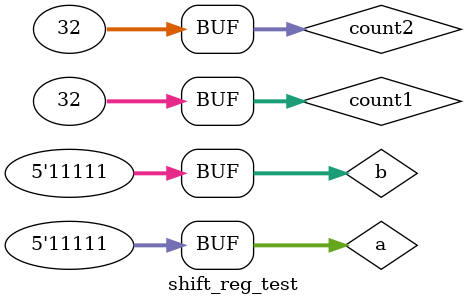
<source format=v>
module shift_reg_test;
wire [8:0]prod;
reg [4:0]a,b;
shift_reg gate(prod, a, b);
integer count1, count2;
initial begin
for(count1=0; count1<32; count1=count1+1) begin
	for(count2=0; count2<32;  count2=count2+1)begin
	a=count1;
	b=count2;
	#10;
	end
end
end
endmodule 
</source>
